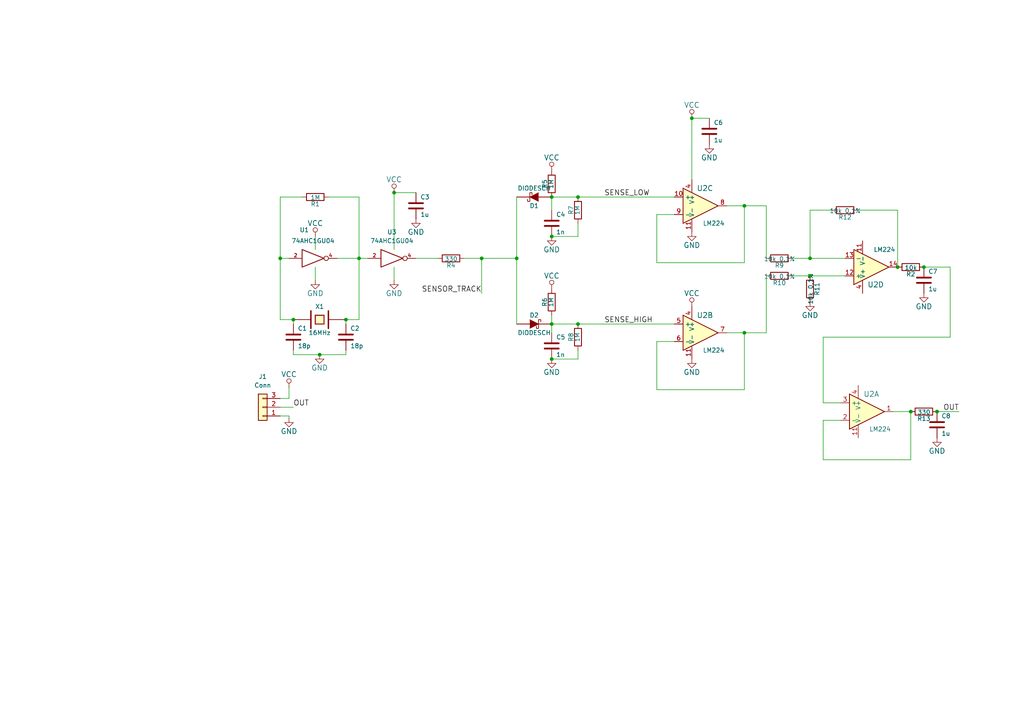
<source format=kicad_sch>
(kicad_sch (version 20211123) (generator eeschema)
  (paper "A4")
  (lib_symbols
    (symbol "74xGxx:74AHC1GU04" (pin_names (offset 1.016))
      (property "Reference" "U" (at -2.54 3.81 0))
      (property "Value" "74AHC1GU04" (at 0 -3.81 0))
      (symbol "74AHC1GU04_0_1"
        (polyline (pts (xy -3.81 2.54) (xy -3.81 -2.54) (xy 2.54 0) (xy -3.81 2.54)) (stroke (width 0.254)))
      )
      (symbol "74AHC1GU04_1_1"
        (pin input line (at -7.62 0 0) (length 3.81) (name "~") (number "2"))
        (pin power_in line (at 0 -2.54 270) (length 0) hide (name "GND") (number "3"))
        (pin output inverted (at 6.35 0 180) (length 3.81) (name "~") (number "4"))
        (pin power_in line (at 0 2.54 90) (length 0) hide (name "VCC") (number "5"))
      )
    )
    (symbol "Connector_Generic:Conn_01x03" (pin_names (offset 1.016) hide)
      (property "Reference" "J" (at 0 5.08 0))
      (property "Value" "Conn_01x03" (at 0 -5.08 0))
      (symbol "Conn_01x03_1_1"
        (rectangle (start -1.27 -2.413) (end 0 -2.667) (stroke (width 0.1524)))
        (rectangle (start -1.27 0.127) (end 0 -0.127) (stroke (width 0.1524)))
        (rectangle (start -1.27 2.667) (end 0 2.413) (stroke (width 0.1524)))
        (rectangle (start -1.27 3.81) (end 1.27 -3.81) (stroke (width 0.254)) (fill (type background)))
        (pin passive line (at -5.08 2.54 0) (length 3.81) (name "Pin_1") (number "1"))
        (pin passive line (at -5.08 0 0) (length 3.81) (name "Pin_2") (number "2"))
        (pin passive line (at -5.08 -2.54 0) (length 3.81) (name "Pin_3") (number "3"))
      )
    )
    (symbol "analog-moist-sensor-rescue:C" (pin_numbers hide) (pin_names (offset 0.254))
      (property "Reference" "C" (at 0.635 2.54 0))
      (property "Value" "C" (at 0.635 -2.54 0))
      (symbol "C_0_1"
        (polyline (pts (xy -2.032 -0.762) (xy 2.032 -0.762)) (stroke (width 0.508)))
        (polyline (pts (xy -2.032 0.762) (xy 2.032 0.762)) (stroke (width 0.508)))
      )
      (symbol "C_1_1"
        (pin passive line (at 0 3.81 270) (length 2.794) (name "~") (number "1"))
        (pin passive line (at 0 -3.81 90) (length 2.794) (name "~") (number "2"))
      )
    )
    (symbol "analog-moist-sensor-rescue:CRYSTAL" (pin_numbers hide) (pin_names (offset 1.016) hide)
      (property "Reference" "X" (at 0 3.81 0))
      (property "Value" "CRYSTAL" (at 0 -3.81 0))
      (symbol "CRYSTAL_0_1"
        (polyline (pts (xy -2.54 2.54) (xy -2.54 -2.54)) (stroke (width 0.4064)))
        (polyline (pts (xy 2.54 2.54) (xy 2.54 -2.54)) (stroke (width 0.4064)))
        (polyline (pts (xy -1.27 1.27) (xy 1.27 1.27) (xy 1.27 -1.27) (xy -1.27 -1.27) (xy -1.27 1.27)) (stroke (width 0.3048)) (fill (type background)))
      )
      (symbol "CRYSTAL_1_1"
        (pin passive line (at -7.62 0 0) (length 5.08) (name "1") (number "1"))
        (pin passive line (at 7.62 0 180) (length 5.08) (name "2") (number "2"))
      )
    )
    (symbol "analog-moist-sensor-rescue:DIODESCH" (pin_numbers hide) (pin_names (offset 1.016) hide)
      (property "Reference" "D" (at 0 2.54 0))
      (property "Value" "DIODESCH" (at 0 -2.54 0))
      (symbol "DIODESCH_0_1"
        (polyline (pts (xy -1.27 1.27) (xy 1.27 0) (xy -1.27 -1.27)) (fill (type outline)))
        (polyline (pts (xy 1.905 0.635) (xy 1.905 1.27) (xy 1.27 1.27) (xy 1.27 -1.27) (xy 0.635 -1.27) (xy 0.635 -0.635)) (stroke (width 0.2032)))
      )
      (symbol "DIODESCH_1_1"
        (pin passive line (at -5.08 0 0) (length 3.81) (name "A") (number "1"))
        (pin passive line (at 5.08 0 180) (length 3.81) (name "K") (number "2"))
      )
    )
    (symbol "analog-moist-sensor-rescue:GND" (power) (pin_names (offset 0))
      (property "Value" "GND" (at 0 -3.81 0))
      (symbol "GND_0_1"
        (polyline (pts (xy 0 0) (xy 0 -1.27) (xy 1.27 -1.27) (xy 0 -2.54) (xy -1.27 -1.27) (xy 0 -1.27)))
      )
      (symbol "GND_1_1"
        (pin power_in line (at 0 0 270) (length 0) hide (name "GND") (number "1"))
      )
    )
    (symbol "analog-moist-sensor-rescue:LM324"
      (property "Reference" "U" (at 0 5.08 0))
      (property "Value" "LM324" (at 0 -5.08 0))
      (symbol "LM324_0_1"
        (polyline (pts (xy -5.08 5.08) (xy 5.08 0) (xy -5.08 -5.08) (xy -5.08 5.08)) (stroke (width 0.254)) (fill (type background)))
        (pin power_in line (at -2.54 -7.62 90) (length 3.81) (name "V-") (number "11"))
        (pin power_in line (at -2.54 7.62 270) (length 3.81) (name "V+") (number "4"))
      )
      (symbol "LM324_1_1"
        (pin output line (at 7.62 0 180) (length 2.54) (name "~") (number "1"))
        (pin input line (at -7.62 -2.54 0) (length 2.54) (name "-") (number "2"))
        (pin input line (at -7.62 2.54 0) (length 2.54) (name "+") (number "3"))
      )
      (symbol "LM324_2_1"
        (pin input line (at -7.62 2.54 0) (length 2.54) (name "+") (number "5"))
        (pin input line (at -7.62 -2.54 0) (length 2.54) (name "-") (number "6"))
        (pin output line (at 7.62 0 180) (length 2.54) (name "~") (number "7"))
      )
      (symbol "LM324_3_1"
        (pin input line (at -7.62 2.54 0) (length 2.54) (name "+") (number "10"))
        (pin output line (at 7.62 0 180) (length 2.54) (name "~") (number "8"))
        (pin input line (at -7.62 -2.54 0) (length 2.54) (name "-") (number "9"))
      )
      (symbol "LM324_4_1"
        (pin input line (at -7.62 2.54 0) (length 2.54) (name "+") (number "12"))
        (pin input line (at -7.62 -2.54 0) (length 2.54) (name "-") (number "13"))
        (pin output line (at 7.62 0 180) (length 2.54) (name "~") (number "14"))
      )
    )
    (symbol "analog-moist-sensor-rescue:R" (pin_numbers hide) (pin_names (offset 0))
      (property "Reference" "R" (at 2.032 0 90))
      (property "Value" "R" (at 0 0 90))
      (symbol "R_0_1"
        (rectangle (start -1.016 -2.54) (end 1.016 2.54) (stroke (width 0.254)))
      )
      (symbol "R_1_1"
        (pin passive line (at 0 3.81 270) (length 1.27) (name "~") (number "1"))
        (pin passive line (at 0 -3.81 90) (length 1.27) (name "~") (number "2"))
      )
    )
    (symbol "analog-moist-sensor-rescue:VCC" (power) (pin_names (offset 0))
      (property "Value" "VCC" (at 0 3.81 0))
      (symbol "VCC_0_1"
        (polyline (pts (xy 0 0) (xy 0 1.27)))
        (circle (center 0 1.905) (radius 0.635))
      )
      (symbol "VCC_1_1"
        (pin power_in line (at 0 0 90) (length 0) hide (name "VCC") (number "1"))
      )
    )
  )
  (junction (at 160.02 68.58))
  (junction (at 160.02 104.14))
  (junction (at 85.09 92.71))
  (junction (at 267.97 77.47))
  (junction (at 104.14 74.93))
  (junction (at 167.64 93.98))
  (junction (at 200.66 34.29))
  (junction (at 81.28 74.93))
  (junction (at 234.95 80.01))
  (junction (at 271.78 119.38))
  (junction (at 160.02 93.98))
  (junction (at 160.02 57.15))
  (junction (at 215.9 59.69))
  (junction (at 260.35 77.47))
  (junction (at 215.9 96.52))
  (junction (at 234.95 74.93))
  (junction (at 92.71 102.87))
  (junction (at 139.7 74.93))
  (junction (at 264.16 119.38))
  (junction (at 114.3 55.88))
  (junction (at 100.33 92.71))
  (junction (at 149.86 74.93))
  (junction (at 167.64 57.15))
  (wire (pts (xy 160.02 93.98) (xy 167.64 93.98)))
  (wire (pts (xy 234.95 74.93) (xy 245.11 74.93)))
  (wire (pts (xy 190.5 62.23) (xy 195.58 62.23)))
  (wire (pts (xy 81.28 92.71) (xy 85.09 92.71)))
  (wire (pts (xy 260.35 60.96) (xy 260.35 77.47)))
  (wire (pts (xy 264.16 119.38) (xy 259.08 119.38)))
  (wire (pts (xy 167.64 57.15) (xy 195.58 57.15)))
  (wire (pts (xy 85.09 92.71) (xy 85.09 93.98)))
  (wire (pts (xy 234.95 60.96) (xy 241.3 60.96)))
  (wire (pts (xy 167.64 93.98) (xy 195.58 93.98)))
  (wire (pts (xy 190.5 76.2) (xy 215.9 76.2)))
  (wire (pts (xy 104.14 57.15) (xy 104.14 74.93)))
  (wire (pts (xy 83.82 112.395) (xy 83.82 115.57)))
  (wire (pts (xy 160.02 57.15) (xy 160.02 60.96)))
  (wire (pts (xy 190.5 99.06) (xy 195.58 99.06)))
  (wire (pts (xy 114.3 55.88) (xy 120.65 55.88)))
  (wire (pts (xy 238.76 97.79) (xy 238.76 116.84)))
  (wire (pts (xy 275.59 77.47) (xy 275.59 97.79)))
  (wire (pts (xy 114.3 77.47) (xy 114.3 81.28)))
  (wire (pts (xy 81.28 115.57) (xy 83.82 115.57)))
  (wire (pts (xy 81.28 74.93) (xy 81.28 92.71)))
  (wire (pts (xy 215.9 76.2) (xy 215.9 59.69)))
  (wire (pts (xy 215.9 96.52) (xy 222.25 96.52)))
  (wire (pts (xy 190.5 113.03) (xy 215.9 113.03)))
  (wire (pts (xy 139.7 74.93) (xy 139.7 85.09)))
  (wire (pts (xy 97.79 74.93) (xy 104.14 74.93)))
  (wire (pts (xy 248.92 60.96) (xy 260.35 60.96)))
  (wire (pts (xy 120.65 74.93) (xy 127 74.93)))
  (wire (pts (xy 114.3 55.88) (xy 114.3 72.39)))
  (wire (pts (xy 222.25 59.69) (xy 222.25 74.93)))
  (wire (pts (xy 104.14 74.93) (xy 104.14 92.71)))
  (wire (pts (xy 81.28 74.93) (xy 83.82 74.93)))
  (wire (pts (xy 139.7 74.93) (xy 149.86 74.93)))
  (wire (pts (xy 134.62 74.93) (xy 139.7 74.93)))
  (wire (pts (xy 167.64 68.58) (xy 160.02 68.58)))
  (wire (pts (xy 100.33 92.71) (xy 100.33 93.98)))
  (wire (pts (xy 229.87 80.01) (xy 234.95 80.01)))
  (wire (pts (xy 210.82 59.69) (xy 215.9 59.69)))
  (wire (pts (xy 222.25 96.52) (xy 222.25 80.01)))
  (wire (pts (xy 160.02 104.14) (xy 167.64 104.14)))
  (wire (pts (xy 167.64 104.14) (xy 167.64 101.6)))
  (wire (pts (xy 100.33 102.87) (xy 100.33 101.6)))
  (wire (pts (xy 160.02 91.44) (xy 160.02 93.98)))
  (wire (pts (xy 92.71 102.87) (xy 100.33 102.87)))
  (wire (pts (xy 91.44 68.58) (xy 91.44 72.39)))
  (wire (pts (xy 200.66 34.29) (xy 200.66 52.07)))
  (wire (pts (xy 160.02 57.15) (xy 167.64 57.15)))
  (wire (pts (xy 210.82 96.52) (xy 215.9 96.52)))
  (wire (pts (xy 149.86 74.93) (xy 149.86 93.98)))
  (wire (pts (xy 81.28 118.11) (xy 85.09 118.11)))
  (wire (pts (xy 234.95 80.01) (xy 245.11 80.01)))
  (wire (pts (xy 190.5 62.23) (xy 190.5 76.2)))
  (wire (pts (xy 238.76 133.35) (xy 264.16 133.35)))
  (wire (pts (xy 81.28 120.65) (xy 83.82 120.65)))
  (wire (pts (xy 81.28 57.15) (xy 81.28 74.93)))
  (wire (pts (xy 215.9 59.69) (xy 222.25 59.69)))
  (wire (pts (xy 267.97 77.47) (xy 275.59 77.47)))
  (wire (pts (xy 160.02 93.98) (xy 160.02 96.52)))
  (wire (pts (xy 85.09 102.87) (xy 92.71 102.87)))
  (wire (pts (xy 95.25 57.15) (xy 104.14 57.15)))
  (wire (pts (xy 167.64 68.58) (xy 167.64 64.77)))
  (wire (pts (xy 264.16 133.35) (xy 264.16 119.38)))
  (wire (pts (xy 104.14 92.71) (xy 100.33 92.71)))
  (wire (pts (xy 238.76 97.79) (xy 275.59 97.79)))
  (wire (pts (xy 238.76 121.92) (xy 238.76 133.35)))
  (wire (pts (xy 238.76 116.84) (xy 243.84 116.84)))
  (wire (pts (xy 83.82 121.285) (xy 83.82 120.65)))
  (wire (pts (xy 215.9 113.03) (xy 215.9 96.52)))
  (wire (pts (xy 81.28 57.15) (xy 87.63 57.15)))
  (wire (pts (xy 104.14 74.93) (xy 106.68 74.93)))
  (wire (pts (xy 234.95 74.93) (xy 234.95 60.96)))
  (wire (pts (xy 91.44 77.47) (xy 91.44 81.28)))
  (wire (pts (xy 229.87 74.93) (xy 234.95 74.93)))
  (wire (pts (xy 190.5 99.06) (xy 190.5 113.03)))
  (wire (pts (xy 238.76 121.92) (xy 243.84 121.92)))
  (wire (pts (xy 205.74 34.29) (xy 200.66 34.29)))
  (wire (pts (xy 149.86 57.15) (xy 149.86 74.93)))
  (wire (pts (xy 85.09 101.6) (xy 85.09 102.87)))
  (wire (pts (xy 271.78 119.38) (xy 278.13 119.38)))
  (label "SENSOR_TRACK" (at 139.7 85.09 180) (effects (font (size 1.524 1.524))))
  (label "OUT" (at 85.09 118.11 0) (effects (font (size 1.524 1.524))))
  (label "SENSE_LOW" (at 175.26 57.15 0) (effects (font (size 1.524 1.524))))
  (label "OUT" (at 278.13 119.38 180) (effects (font (size 1.524 1.524))))
  (label "SENSE_HIGH" (at 175.26 93.98 0) (effects (font (size 1.524 1.524))))
  (symbol (lib_id "analog-moist-sensor-rescue:CRYSTAL") (at 92.71 92.71 0) (unit 1)
    (property "Reference" "X1" (at 92.71 88.9 0))
    (property "Value" "16MHz" (at 92.71 96.52 0))
    (property "Footprint" "Crystal:Crystal_SMD_HC49-SD" (effects hide))
  )
  (symbol (lib_id "analog-moist-sensor-rescue:GND") (at 91.44 81.28 0) (unit 1)
    (property "Reference" "#PWR01" (effects hide))
    (property "Value" "GND" (at 91.44 85.09 0) (effects (font (size 1.524 1.524))))
  )
  (symbol (lib_id "analog-moist-sensor-rescue:VCC") (at 91.44 68.58 0) (unit 1)
    (property "Reference" "#PWR02" (effects hide))
    (property "Value" "VCC" (at 91.44 64.77 0) (effects (font (size 1.524 1.524))))
  )
  (symbol (lib_id "analog-moist-sensor-rescue:C") (at 85.09 97.79 0) (unit 1)
    (property "Reference" "C1" (at 86.36 95.25 0) (effects (justify left)))
    (property "Value" "18p" (at 86.36 100.33 0) (effects (justify left)))
    (property "Footprint" "Capacitor_SMD:C_0603_1608Metric_Pad1.08x0.95mm_HandSolder" (effects hide))
  )
  (symbol (lib_id "analog-moist-sensor-rescue:C") (at 100.33 97.79 0) (unit 1)
    (property "Reference" "C2" (at 101.6 95.25 0) (effects (justify left)))
    (property "Value" "18p" (at 101.6 100.33 0) (effects (justify left)))
    (property "Footprint" "Capacitor_SMD:C_0603_1608Metric_Pad1.08x0.95mm_HandSolder" (effects hide))
  )
  (symbol (lib_id "analog-moist-sensor-rescue:R") (at 91.44 57.15 270) (unit 1)
    (property "Reference" "R1" (at 91.44 59.182 90))
    (property "Value" "1M" (at 91.4654 57.3278 90))
    (property "Footprint" "Resistor_SMD:R_0603_1608Metric_Pad0.98x0.95mm_HandSolder" (effects hide))
  )
  (symbol (lib_id "analog-moist-sensor-rescue:GND") (at 92.71 102.87 0) (unit 1)
    (property "Reference" "#PWR03" (effects hide))
    (property "Value" "GND" (at 92.71 106.68 0) (effects (font (size 1.524 1.524))))
  )
  (symbol (lib_id "analog-moist-sensor-rescue:VCC") (at 114.3 55.88 0) (unit 1)
    (property "Reference" "#PWR04" (effects hide))
    (property "Value" "VCC" (at 114.3 52.07 0) (effects (font (size 1.524 1.524))))
  )
  (symbol (lib_id "analog-moist-sensor-rescue:GND") (at 114.3 81.28 0) (unit 1)
    (property "Reference" "#PWR05" (effects hide))
    (property "Value" "GND" (at 114.3 85.09 0) (effects (font (size 1.524 1.524))))
  )
  (symbol (lib_id "analog-moist-sensor-rescue:C") (at 120.65 59.69 0) (unit 1)
    (property "Reference" "C3" (at 121.92 57.15 0) (effects (justify left)))
    (property "Value" "1u" (at 121.92 62.23 0) (effects (justify left)))
    (property "Footprint" "Capacitor_SMD:C_0603_1608Metric_Pad1.08x0.95mm_HandSolder" (effects hide))
  )
  (symbol (lib_id "analog-moist-sensor-rescue:GND") (at 120.65 63.5 0) (unit 1)
    (property "Reference" "#PWR06" (effects hide))
    (property "Value" "GND" (at 120.65 67.31 0) (effects (font (size 1.524 1.524))))
  )
  (symbol (lib_id "analog-moist-sensor-rescue:DIODESCH") (at 154.94 57.15 180) (unit 1)
    (property "Reference" "D1" (at 154.94 59.69 0))
    (property "Value" "DIODESCH" (at 154.94 54.61 0))
    (property "Footprint" "Diode_SMD:D_SOD-123" (effects hide))
  )
  (symbol (lib_id "analog-moist-sensor-rescue:DIODESCH") (at 154.94 93.98 0) (unit 1)
    (property "Reference" "D2" (at 154.94 91.44 0))
    (property "Value" "DIODESCH" (at 154.94 96.52 0))
    (property "Footprint" "Diode_SMD:D_SOD-123" (effects hide))
  )
  (symbol (lib_id "analog-moist-sensor-rescue:R") (at 130.81 74.93 270) (unit 1)
    (property "Reference" "R4" (at 130.81 76.962 90))
    (property "Value" "330" (at 130.8354 75.1078 90))
    (property "Footprint" "Resistor_SMD:R_0603_1608Metric_Pad0.98x0.95mm_HandSolder" (effects hide))
  )
  (symbol (lib_id "analog-moist-sensor-rescue:VCC") (at 160.02 49.53 0) (unit 1)
    (property "Reference" "#PWR07" (effects hide))
    (property "Value" "VCC" (at 160.02 45.72 0) (effects (font (size 1.524 1.524))))
  )
  (symbol (lib_id "analog-moist-sensor-rescue:R") (at 160.02 53.34 180) (unit 1)
    (property "Reference" "R5" (at 157.988 53.34 90))
    (property "Value" "1M" (at 159.8422 53.3654 90))
    (property "Footprint" "Resistor_SMD:R_0603_1608Metric_Pad0.98x0.95mm_HandSolder" (effects hide))
  )
  (symbol (lib_id "analog-moist-sensor-rescue:R") (at 167.64 97.79 180) (unit 1)
    (property "Reference" "R8" (at 165.608 97.79 90))
    (property "Value" "1M" (at 167.4622 97.8154 90))
    (property "Footprint" "Resistor_SMD:R_0603_1608Metric_Pad0.98x0.95mm_HandSolder" (effects hide))
  )
  (symbol (lib_id "analog-moist-sensor-rescue:GND") (at 160.02 104.14 0) (unit 1)
    (property "Reference" "#PWR08" (effects hide))
    (property "Value" "GND" (at 160.02 107.95 0) (effects (font (size 1.524 1.524))))
  )
  (symbol (lib_id "analog-moist-sensor-rescue:C") (at 160.02 64.77 0) (unit 1)
    (property "Reference" "C4" (at 161.29 62.23 0) (effects (justify left)))
    (property "Value" "1n" (at 161.29 67.31 0) (effects (justify left)))
    (property "Footprint" "Capacitor_SMD:C_0603_1608Metric_Pad1.08x0.95mm_HandSolder" (effects hide))
  )
  (symbol (lib_id "analog-moist-sensor-rescue:GND") (at 160.02 68.58 0) (unit 1)
    (property "Reference" "#PWR09" (effects hide))
    (property "Value" "GND" (at 160.02 72.39 0) (effects (font (size 1.524 1.524))))
  )
  (symbol (lib_id "analog-moist-sensor-rescue:R") (at 167.64 60.96 180) (unit 1)
    (property "Reference" "R7" (at 165.608 60.96 90))
    (property "Value" "1M" (at 167.4622 60.9854 90))
    (property "Footprint" "Resistor_SMD:R_0603_1608Metric_Pad0.98x0.95mm_HandSolder" (effects hide))
  )
  (symbol (lib_id "analog-moist-sensor-rescue:C") (at 160.02 100.33 0) (unit 1)
    (property "Reference" "C5" (at 161.29 97.79 0) (effects (justify left)))
    (property "Value" "1n" (at 161.29 102.87 0) (effects (justify left)))
    (property "Footprint" "Capacitor_SMD:C_0603_1608Metric_Pad1.08x0.95mm_HandSolder" (effects hide))
  )
  (symbol (lib_id "analog-moist-sensor-rescue:R") (at 160.02 87.63 180) (unit 1)
    (property "Reference" "R6" (at 157.988 87.63 90))
    (property "Value" "1M" (at 159.8422 87.6554 90))
    (property "Footprint" "Resistor_SMD:R_0603_1608Metric_Pad0.98x0.95mm_HandSolder" (effects hide))
  )
  (symbol (lib_id "analog-moist-sensor-rescue:VCC") (at 160.02 83.82 0) (unit 1)
    (property "Reference" "#PWR010" (effects hide))
    (property "Value" "VCC" (at 160.02 80.01 0) (effects (font (size 1.524 1.524))))
  )
  (symbol (lib_id "analog-moist-sensor-rescue:VCC") (at 200.66 34.29 0) (unit 1)
    (property "Reference" "#PWR016" (effects hide))
    (property "Value" "VCC" (at 200.66 30.48 0) (effects (font (size 1.524 1.524))))
  )
  (symbol (lib_id "analog-moist-sensor-rescue:C") (at 205.74 38.1 0) (unit 1)
    (property "Reference" "C6" (at 207.01 35.56 0) (effects (justify left)))
    (property "Value" "1u" (at 207.01 40.64 0) (effects (justify left)))
    (property "Footprint" "Capacitor_SMD:C_0603_1608Metric_Pad1.08x0.95mm_HandSolder" (effects hide))
  )
  (symbol (lib_id "analog-moist-sensor-rescue:GND") (at 205.74 41.91 0) (unit 1)
    (property "Reference" "#PWR017" (effects hide))
    (property "Value" "GND" (at 205.74 45.72 0) (effects (font (size 1.524 1.524))))
  )
  (symbol (lib_id "analog-moist-sensor-rescue:GND") (at 200.66 67.31 0) (unit 1)
    (property "Reference" "#PWR018" (effects hide))
    (property "Value" "GND" (at 200.66 71.12 0) (effects (font (size 1.524 1.524))))
  )
  (symbol (lib_id "analog-moist-sensor-rescue:GND") (at 200.66 104.14 0) (unit 1)
    (property "Reference" "#PWR019" (effects hide))
    (property "Value" "GND" (at 200.66 107.95 0) (effects (font (size 1.524 1.524))))
  )
  (symbol (lib_id "analog-moist-sensor-rescue:VCC") (at 200.66 88.9 0) (unit 1)
    (property "Reference" "#PWR020" (effects hide))
    (property "Value" "VCC" (at 200.66 85.09 0) (effects (font (size 1.524 1.524))))
  )
  (symbol (lib_id "analog-moist-sensor-rescue:LM324") (at 203.2 96.52 0) (unit 2)
    (property "Reference" "U2" (at 204.47 91.44 0) (effects (font (size 1.524 1.524))))
    (property "Value" "LM224" (at 207.01 101.6 0))
    (property "Footprint" "Package_SO:SO-14_5.3x10.2mm_P1.27mm" (effects hide))
  )
  (symbol (lib_id "analog-moist-sensor-rescue:LM324") (at 252.73 77.47 0) (mirror x) (unit 4)
    (property "Reference" "U2" (at 254 82.55 0) (effects (font (size 1.524 1.524))))
    (property "Value" "LM224" (at 256.54 72.39 0))
    (property "Footprint" "Package_SO:SO-14_5.3x10.2mm_P1.27mm" (effects hide))
  )
  (symbol (lib_id "analog-moist-sensor-rescue:LM324") (at 251.46 119.38 0) (unit 1)
    (property "Reference" "U2" (at 252.73 114.3 0) (effects (font (size 1.524 1.524))))
    (property "Value" "LM224" (at 255.27 124.46 0))
    (property "Footprint" "Package_SO:SO-14_5.3x10.2mm_P1.27mm" (effects hide))
  )
  (symbol (lib_id "analog-moist-sensor-rescue:LM324") (at 203.2 59.69 0) (unit 3)
    (property "Reference" "U2" (at 204.47 54.61 0) (effects (font (size 1.524 1.524))))
    (property "Value" "LM224" (at 207.01 64.77 0))
    (property "Footprint" "Package_SO:SO-14_5.3x10.2mm_P1.27mm" (effects hide))
  )
  (symbol (lib_id "analog-moist-sensor-rescue:R") (at 226.06 74.93 270) (unit 1)
    (property "Reference" "R9" (at 226.06 76.962 90))
    (property "Value" "10k 0.1%" (at 226.0854 75.1078 90))
    (property "Footprint" "Resistor_SMD:R_0603_1608Metric_Pad0.98x0.95mm_HandSolder" (effects hide))
  )
  (symbol (lib_id "analog-moist-sensor-rescue:R") (at 226.06 80.01 270) (unit 1)
    (property "Reference" "R10" (at 226.06 82.042 90))
    (property "Value" "10k 0.1%" (at 226.0854 80.1878 90))
    (property "Footprint" "Resistor_SMD:R_0603_1608Metric_Pad0.98x0.95mm_HandSolder" (effects hide))
  )
  (symbol (lib_id "analog-moist-sensor-rescue:R") (at 234.95 83.82 0) (unit 1)
    (property "Reference" "R11" (at 236.982 83.82 90))
    (property "Value" "10k 0.1%" (at 235.1278 83.7946 90))
    (property "Footprint" "Resistor_SMD:R_0603_1608Metric_Pad0.98x0.95mm_HandSolder" (effects hide))
  )
  (symbol (lib_id "analog-moist-sensor-rescue:GND") (at 234.95 87.63 0) (unit 1)
    (property "Reference" "#PWR021" (effects hide))
    (property "Value" "GND" (at 234.95 91.44 0) (effects (font (size 1.524 1.524))))
  )
  (symbol (lib_id "analog-moist-sensor-rescue:R") (at 245.11 60.96 270) (unit 1)
    (property "Reference" "R12" (at 245.11 62.992 90))
    (property "Value" "10k 0.1%" (at 245.1354 61.1378 90))
    (property "Footprint" "Resistor_SMD:R_0603_1608Metric_Pad0.98x0.95mm_HandSolder" (effects hide))
  )
  (symbol (lib_id "analog-moist-sensor-rescue:R") (at 267.97 119.38 270) (unit 1)
    (property "Reference" "R13" (at 267.97 121.412 90))
    (property "Value" "330" (at 267.9954 119.5578 90))
    (property "Footprint" "Resistor_SMD:R_0603_1608Metric_Pad0.98x0.95mm_HandSolder" (effects hide))
  )
  (symbol (lib_id "analog-moist-sensor-rescue:R") (at 264.16 77.47 270) (unit 1)
    (property "Reference" "R2" (at 264.16 79.502 90))
    (property "Value" "10k" (at 264.1854 77.6478 90))
    (property "Footprint" "Resistor_SMD:R_0603_1608Metric_Pad0.98x0.95mm_HandSolder" (effects hide))
  )
  (symbol (lib_id "analog-moist-sensor-rescue:C") (at 267.97 81.28 0) (unit 1)
    (property "Reference" "C7" (at 269.24 78.74 0) (effects (justify left)))
    (property "Value" "1u" (at 269.24 83.82 0) (effects (justify left)))
    (property "Footprint" "Capacitor_SMD:C_0603_1608Metric_Pad1.08x0.95mm_HandSolder" (effects hide))
  )
  (symbol (lib_id "analog-moist-sensor-rescue:GND") (at 267.97 85.09 0) (unit 1)
    (property "Reference" "#PWR022" (effects hide))
    (property "Value" "GND" (at 267.97 88.9 0) (effects (font (size 1.524 1.524))))
  )
  (symbol (lib_id "analog-moist-sensor-rescue:C") (at 271.78 123.19 0) (unit 1)
    (property "Reference" "C8" (at 273.05 120.65 0) (effects (justify left)))
    (property "Value" "1u" (at 273.05 125.73 0) (effects (justify left)))
    (property "Footprint" "Capacitor_SMD:C_0603_1608Metric_Pad1.08x0.95mm_HandSolder" (effects hide))
  )
  (symbol (lib_id "analog-moist-sensor-rescue:GND") (at 271.78 127 0) (unit 1)
    (property "Reference" "#PWR023" (effects hide))
    (property "Value" "GND" (at 271.78 130.81 0) (effects (font (size 1.524 1.524))))
  )
  (symbol (lib_id "analog-moist-sensor-rescue:GND") (at 83.82 121.285 0) (unit 1)
    (property "Reference" "#PWR0101" (effects hide))
    (property "Value" "GND" (at 83.82 125.095 0) (effects (font (size 1.524 1.524))))
  )
  (symbol (lib_id "analog-moist-sensor-rescue:VCC") (at 83.82 112.395 0) (unit 1)
    (property "Reference" "#PWR0102" (effects hide))
    (property "Value" "VCC" (at 83.82 108.585 0) (effects (font (size 1.524 1.524))))
  )
  (symbol (lib_id "74xGxx:74AHC1GU04") (at 91.44 74.93 0) (unit 1)
    (property "Reference" "U1" (at 88.265 66.675 0))
    (property "Value" "74AHC1GU04" (at 90.805 69.85 0))
    (property "Footprint" "Package_TO_SOT_SMD:SOT-353_SC-70-5_Handsoldering" (effects hide))
    (property "Datasheet" "http://www.ti.com/lit/sg/scyt129e/scyt129e.pdf" (effects hide))
  )
  (symbol (lib_id "Connector_Generic:Conn_01x03") (at 76.2 118.11 180) (unit 1)
    (property "Reference" "J1" (at 76.2 109.22 0))
    (property "Value" "Conn" (at 76.2 111.76 0))
    (property "Footprint" "Connector_PinHeader_2.54mm:PinHeader_1x03_P2.54mm_Horizontal" (effects hide))
  )
  (symbol (lib_id "74xGxx:74AHC1GU04") (at 114.3 74.93 0) (unit 1)
    (property "Reference" "U3" (at 113.665 67.31 0))
    (property "Value" "74AHC1GU04" (at 113.665 69.85 0))
    (property "Footprint" "Package_TO_SOT_SMD:SOT-353_SC-70-5_Handsoldering" (effects hide))
    (property "Datasheet" "http://www.ti.com/lit/sg/scyt129e/scyt129e.pdf" (effects hide))
  )
)
</source>
